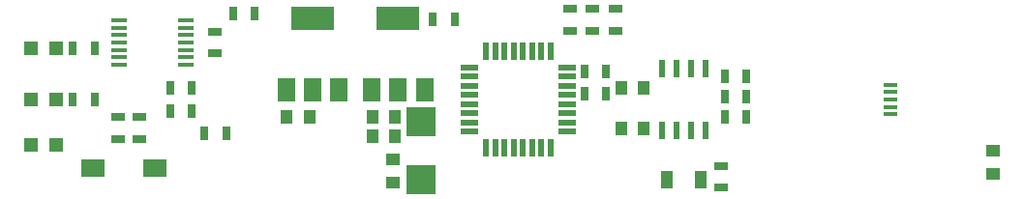
<source format=gbr>
G04 #@! TF.FileFunction,Paste,Top*
%FSLAX46Y46*%
G04 Gerber Fmt 4.6, Leading zero omitted, Abs format (unit mm)*
G04 Created by KiCad (PCBNEW 4.0.7) date 01/21/18 20:58:22*
%MOMM*%
%LPD*%
G01*
G04 APERTURE LIST*
%ADD10C,0.100000*%
%ADD11R,1.250000X1.000000*%
%ADD12R,2.500000X2.550000*%
%ADD13R,1.000000X1.250000*%
%ADD14R,1.000000X1.600000*%
%ADD15R,1.300000X0.450000*%
%ADD16R,1.200000X1.200000*%
%ADD17R,1.300000X0.700000*%
%ADD18R,0.700000X1.300000*%
%ADD19R,2.000000X1.600000*%
%ADD20R,0.550000X1.600000*%
%ADD21R,1.600000X0.550000*%
%ADD22R,3.800000X2.000000*%
%ADD23R,1.500000X2.000000*%
%ADD24R,1.450000X0.450000*%
%ADD25R,0.600000X1.550000*%
G04 APERTURE END LIST*
D10*
D11*
X138500000Y-49250000D03*
X138500000Y-51250000D03*
D12*
X141000000Y-45975000D03*
X141000000Y-51025000D03*
D13*
X138750000Y-47250000D03*
X136750000Y-47250000D03*
D11*
X191000000Y-48500000D03*
X191000000Y-50500000D03*
D13*
X158500000Y-43000000D03*
X160500000Y-43000000D03*
X131250000Y-45500000D03*
X129250000Y-45500000D03*
X138750000Y-45500000D03*
X136750000Y-45500000D03*
X160500000Y-46500000D03*
X158500000Y-46500000D03*
D14*
X162500000Y-51000000D03*
X165500000Y-51000000D03*
D15*
X182100000Y-45300000D03*
X182100000Y-44650000D03*
X182100000Y-44000000D03*
X182100000Y-43350000D03*
X182100000Y-42700000D03*
D16*
X109100000Y-39500000D03*
X106900000Y-39500000D03*
X109100000Y-44000000D03*
X106900000Y-44000000D03*
D17*
X116357400Y-45532000D03*
X116357400Y-47432000D03*
D18*
X157200000Y-43500000D03*
X155300000Y-43500000D03*
X157200000Y-41500000D03*
X155300000Y-41500000D03*
X110550000Y-44000000D03*
X112450000Y-44000000D03*
D17*
X154000000Y-36050000D03*
X154000000Y-37950000D03*
D18*
X110550000Y-39500000D03*
X112450000Y-39500000D03*
X123950000Y-47000000D03*
X122050000Y-47000000D03*
D17*
X114500000Y-47450000D03*
X114500000Y-45550000D03*
D18*
X119050000Y-43000000D03*
X120950000Y-43000000D03*
X119050000Y-45000000D03*
X120950000Y-45000000D03*
X142050000Y-37000000D03*
X143950000Y-37000000D03*
D17*
X123000000Y-38050000D03*
X123000000Y-39950000D03*
D18*
X124550000Y-36500000D03*
X126450000Y-36500000D03*
X167550000Y-42000000D03*
X169450000Y-42000000D03*
X167550000Y-45500000D03*
X169450000Y-45500000D03*
X167550000Y-43750000D03*
X169450000Y-43750000D03*
D17*
X156000000Y-36050000D03*
X156000000Y-37950000D03*
X158000000Y-36050000D03*
X158000000Y-37950000D03*
X167250000Y-49800000D03*
X167250000Y-51700000D03*
D16*
X109100000Y-48000000D03*
X106900000Y-48000000D03*
D19*
X117700000Y-50000000D03*
X112300000Y-50000000D03*
D20*
X152300000Y-39750000D03*
X151500000Y-39750000D03*
X150700000Y-39750000D03*
X149900000Y-39750000D03*
X149100000Y-39750000D03*
X148300000Y-39750000D03*
X147500000Y-39750000D03*
X146700000Y-39750000D03*
D21*
X145250000Y-41200000D03*
X145250000Y-42000000D03*
X145250000Y-42800000D03*
X145250000Y-43600000D03*
X145250000Y-44400000D03*
X145250000Y-45200000D03*
X145250000Y-46000000D03*
X145250000Y-46800000D03*
D20*
X146700000Y-48250000D03*
X147500000Y-48250000D03*
X148300000Y-48250000D03*
X149100000Y-48250000D03*
X149900000Y-48250000D03*
X150700000Y-48250000D03*
X151500000Y-48250000D03*
X152300000Y-48250000D03*
D21*
X153750000Y-46800000D03*
X153750000Y-46000000D03*
X153750000Y-45200000D03*
X153750000Y-44400000D03*
X153750000Y-43600000D03*
X153750000Y-42800000D03*
X153750000Y-42000000D03*
X153750000Y-41200000D03*
D22*
X139000000Y-36850000D03*
D23*
X139000000Y-43150000D03*
X141300000Y-43150000D03*
X136700000Y-43150000D03*
D24*
X114550000Y-37050000D03*
X114550000Y-37700000D03*
X114550000Y-38350000D03*
X114550000Y-39000000D03*
X114550000Y-39650000D03*
X114550000Y-40300000D03*
X114550000Y-40950000D03*
X120450000Y-40950000D03*
X120450000Y-40300000D03*
X120450000Y-39650000D03*
X120450000Y-39000000D03*
X120450000Y-38350000D03*
X120450000Y-37700000D03*
X120450000Y-37050000D03*
D22*
X131500000Y-36850000D03*
D23*
X131500000Y-43150000D03*
X133800000Y-43150000D03*
X129200000Y-43150000D03*
D25*
X165905000Y-41300000D03*
X164635000Y-41300000D03*
X163365000Y-41300000D03*
X162095000Y-41300000D03*
X162095000Y-46700000D03*
X163365000Y-46700000D03*
X164635000Y-46700000D03*
X165905000Y-46700000D03*
M02*

</source>
